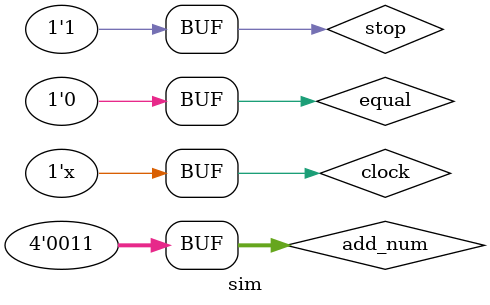
<source format=v>
`timescale 1ns / 1ps


module sim;

reg clock;
reg stop;
reg [3:0] add_num;
reg equal;
wire [3:0] AN;
wire [6:0] CA;
wire flow;

Lab7 #(1, 15) UUT (
clock, AN, CA, stop, add_num, equal, flow 
);
initial begin
#0 clock = 0; stop = 0;
#300 stop = 1; add_num = 4'b0100;
#350 equal = 1;
#40 equal = 0;add_num = 4'b0011;
#80 equal = 1;
#40 equal = 0;
#80 equal = 1;
#40 equal = 0;
#80 equal = 1;
#40 equal = 0;

end

always #20 clock = ~clock;

endmodule

</source>
